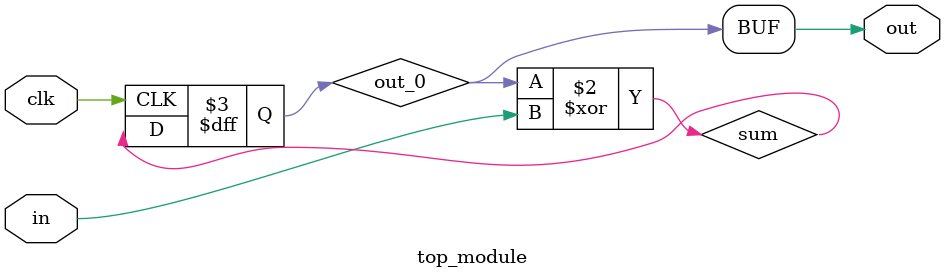
<source format=v>
module top_module (
    input clk,
    input in,
    output out);

    wire sum,out_0;
    always @(posedge clk)begin
        out_0 <= sum;
    end
    assign sum = out_0 ^ in;
    assign out = out_0;

endmodule

</source>
